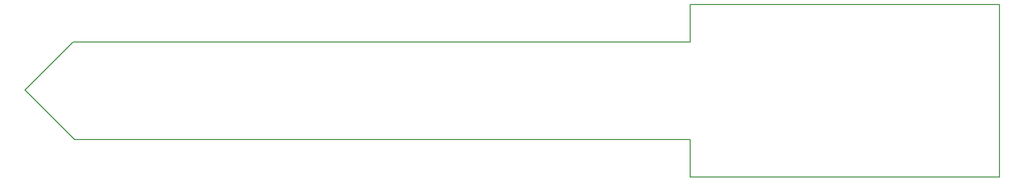
<source format=gm1>
G04 #@! TF.FileFunction,Profile,NP*
%FSLAX46Y46*%
G04 Gerber Fmt 4.6, Leading zero omitted, Abs format (unit mm)*
G04 Created by KiCad (PCBNEW 4.0.4+e1-6308~48~ubuntu16.04.1-stable) date Mon Mar  6 18:16:33 2017*
%MOMM*%
%LPD*%
G01*
G04 APERTURE LIST*
%ADD10C,0.100000*%
%ADD11C,0.150000*%
G04 APERTURE END LIST*
D10*
D11*
X52705000Y-102870000D02*
X156845000Y-102870000D01*
X52451000Y-86360000D02*
X156845000Y-86360000D01*
X44323000Y-94488000D02*
X52705000Y-102870000D01*
X52451000Y-86360000D02*
X44323000Y-94488000D01*
X209169000Y-80010000D02*
X209169000Y-109220000D01*
X209169000Y-109220000D02*
X156845000Y-109220000D01*
X209169000Y-80010000D02*
X156845000Y-80010000D01*
X156845000Y-80010000D02*
X156845000Y-86360000D01*
X156845000Y-102870000D02*
X156845000Y-109220000D01*
M02*

</source>
